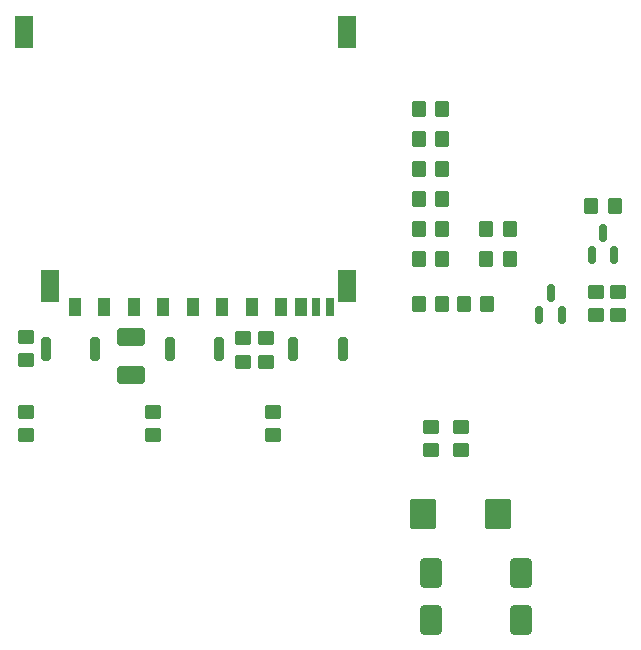
<source format=gbr>
%TF.GenerationSoftware,KiCad,Pcbnew,7.0.9*%
%TF.CreationDate,2023-12-25T18:28:00-06:00*%
%TF.ProjectId,fujinet-adam-devkit-smd,66756a69-6e65-4742-9d61-64616d2d6465,1.1*%
%TF.SameCoordinates,Original*%
%TF.FileFunction,Paste,Top*%
%TF.FilePolarity,Positive*%
%FSLAX46Y46*%
G04 Gerber Fmt 4.6, Leading zero omitted, Abs format (unit mm)*
G04 Created by KiCad (PCBNEW 7.0.9) date 2023-12-25 18:28:00*
%MOMM*%
%LPD*%
G01*
G04 APERTURE LIST*
G04 Aperture macros list*
%AMRoundRect*
0 Rectangle with rounded corners*
0 $1 Rounding radius*
0 $2 $3 $4 $5 $6 $7 $8 $9 X,Y pos of 4 corners*
0 Add a 4 corners polygon primitive as box body*
4,1,4,$2,$3,$4,$5,$6,$7,$8,$9,$2,$3,0*
0 Add four circle primitives for the rounded corners*
1,1,$1+$1,$2,$3*
1,1,$1+$1,$4,$5*
1,1,$1+$1,$6,$7*
1,1,$1+$1,$8,$9*
0 Add four rect primitives between the rounded corners*
20,1,$1+$1,$2,$3,$4,$5,0*
20,1,$1+$1,$4,$5,$6,$7,0*
20,1,$1+$1,$6,$7,$8,$9,0*
20,1,$1+$1,$8,$9,$2,$3,0*%
G04 Aperture macros list end*
%ADD10RoundRect,0.250000X0.450000X-0.350000X0.450000X0.350000X-0.450000X0.350000X-0.450000X-0.350000X0*%
%ADD11RoundRect,0.150000X0.150000X-0.587500X0.150000X0.587500X-0.150000X0.587500X-0.150000X-0.587500X0*%
%ADD12RoundRect,0.250000X-0.350000X-0.450000X0.350000X-0.450000X0.350000X0.450000X-0.350000X0.450000X0*%
%ADD13RoundRect,0.200000X0.200000X0.800000X-0.200000X0.800000X-0.200000X-0.800000X0.200000X-0.800000X0*%
%ADD14R,1.000000X1.500000*%
%ADD15R,0.700000X1.500000*%
%ADD16R,1.500000X2.800000*%
%ADD17RoundRect,0.250000X0.350000X0.450000X-0.350000X0.450000X-0.350000X-0.450000X0.350000X-0.450000X0*%
%ADD18RoundRect,0.250000X0.650000X-1.000000X0.650000X1.000000X-0.650000X1.000000X-0.650000X-1.000000X0*%
%ADD19RoundRect,0.250000X-0.875000X-1.025000X0.875000X-1.025000X0.875000X1.025000X-0.875000X1.025000X0*%
%ADD20RoundRect,0.250001X-0.924999X0.499999X-0.924999X-0.499999X0.924999X-0.499999X0.924999X0.499999X0*%
%ADD21RoundRect,0.250000X-0.450000X0.350000X-0.450000X-0.350000X0.450000X-0.350000X0.450000X0.350000X0*%
%ADD22RoundRect,0.250000X-0.650000X1.000000X-0.650000X-1.000000X0.650000X-1.000000X0.650000X1.000000X0*%
G04 APERTURE END LIST*
D10*
%TO.C,R21*%
X101600000Y-107045000D03*
X101600000Y-105045000D03*
%TD*%
D11*
%TO.C,Q2*%
X145100000Y-103172500D03*
X147000000Y-103172500D03*
X146050000Y-101297500D03*
%TD*%
D10*
%TO.C,R10*%
X138430000Y-114665000D03*
X138430000Y-112665000D03*
%TD*%
D12*
%TO.C,R1*%
X134890000Y-88265000D03*
X136890000Y-88265000D03*
%TD*%
D13*
%TO.C,SW3*%
X107510000Y-106045000D03*
X103310000Y-106045000D03*
%TD*%
D10*
%TO.C,R20*%
X120015000Y-107172000D03*
X120015000Y-105172000D03*
%TD*%
D12*
%TO.C,R4*%
X134890000Y-98425000D03*
X136890000Y-98425000D03*
%TD*%
D14*
%TO.C,J3*%
X108248000Y-102548000D03*
X110748000Y-102548000D03*
X113248000Y-102548000D03*
X115748000Y-102548000D03*
X118248000Y-102548000D03*
X120748000Y-102548000D03*
X123178000Y-102548000D03*
X124878000Y-102548000D03*
X105748000Y-102548000D03*
D15*
X126178000Y-102548000D03*
X127378000Y-102548000D03*
D16*
X128773000Y-100748000D03*
X128773000Y-79248000D03*
X103673000Y-100748000D03*
X101473000Y-79248000D03*
%TD*%
D17*
%TO.C,R12*%
X142605000Y-98425000D03*
X140605000Y-98425000D03*
%TD*%
D12*
%TO.C,R14*%
X149495000Y-93980000D03*
X151495000Y-93980000D03*
%TD*%
D11*
%TO.C,Q1*%
X149545000Y-98092500D03*
X151445000Y-98092500D03*
X150495000Y-96217500D03*
%TD*%
D12*
%TO.C,R17*%
X134890000Y-102235000D03*
X136890000Y-102235000D03*
%TD*%
D18*
%TO.C,D4*%
X135890000Y-129000000D03*
X135890000Y-125000000D03*
%TD*%
D13*
%TO.C,SW1*%
X128465000Y-106045000D03*
X124265000Y-106045000D03*
%TD*%
D19*
%TO.C,C2*%
X135230000Y-120015000D03*
X141630000Y-120015000D03*
%TD*%
D13*
%TO.C,SW2*%
X117987500Y-106045000D03*
X113787500Y-106045000D03*
%TD*%
D20*
%TO.C,C1*%
X110490000Y-105055000D03*
X110490000Y-108305000D03*
%TD*%
D10*
%TO.C,R8*%
X112395000Y-113395000D03*
X112395000Y-111395000D03*
%TD*%
%TO.C,R19*%
X121920000Y-107172000D03*
X121920000Y-105172000D03*
%TD*%
D12*
%TO.C,R5*%
X134890000Y-95885000D03*
X136890000Y-95885000D03*
%TD*%
D17*
%TO.C,R18*%
X140700000Y-102235000D03*
X138700000Y-102235000D03*
%TD*%
D10*
%TO.C,R7*%
X122555000Y-113395000D03*
X122555000Y-111395000D03*
%TD*%
%TO.C,R9*%
X101600000Y-113395000D03*
X101600000Y-111395000D03*
%TD*%
D12*
%TO.C,R6*%
X134890000Y-85725000D03*
X136890000Y-85725000D03*
%TD*%
D10*
%TO.C,R16*%
X151765000Y-103235000D03*
X151765000Y-101235000D03*
%TD*%
D21*
%TO.C,R15*%
X149860000Y-101235000D03*
X149860000Y-103235000D03*
%TD*%
D10*
%TO.C,R11*%
X135890000Y-114665000D03*
X135890000Y-112665000D03*
%TD*%
D22*
%TO.C,D5*%
X143510000Y-125000000D03*
X143510000Y-129000000D03*
%TD*%
D12*
%TO.C,R3*%
X134890000Y-93345000D03*
X136890000Y-93345000D03*
%TD*%
D17*
%TO.C,R13*%
X142605000Y-95885000D03*
X140605000Y-95885000D03*
%TD*%
D12*
%TO.C,R2*%
X134890000Y-90805000D03*
X136890000Y-90805000D03*
%TD*%
M02*

</source>
